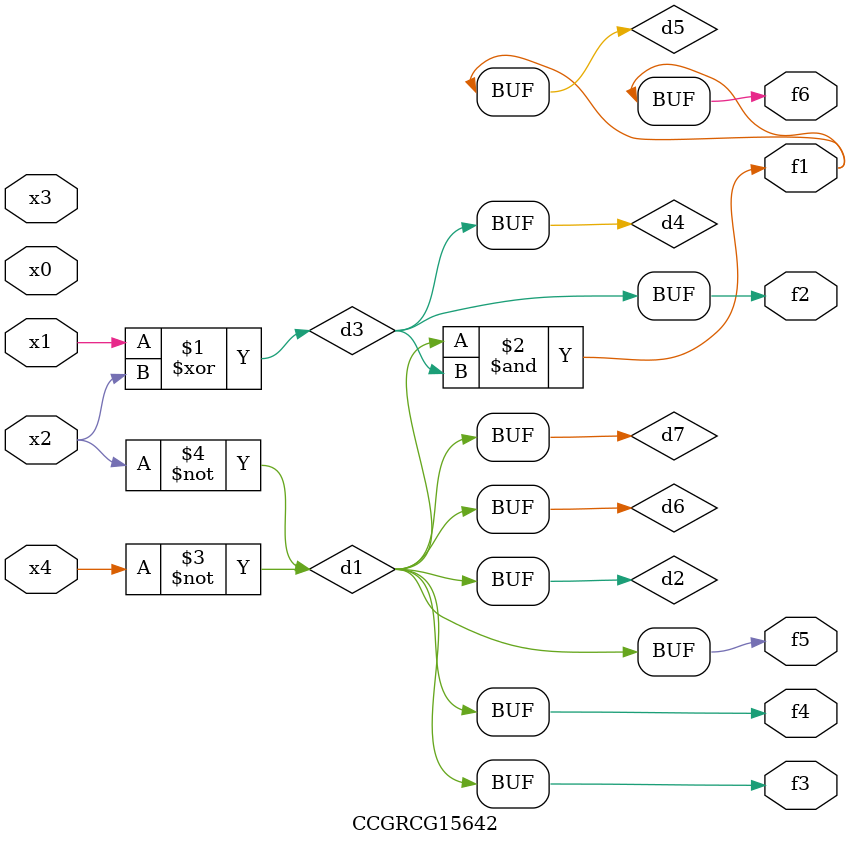
<source format=v>
module CCGRCG15642(
	input x0, x1, x2, x3, x4,
	output f1, f2, f3, f4, f5, f6
);

	wire d1, d2, d3, d4, d5, d6, d7;

	not (d1, x4);
	not (d2, x2);
	xor (d3, x1, x2);
	buf (d4, d3);
	and (d5, d1, d3);
	buf (d6, d1, d2);
	buf (d7, d2);
	assign f1 = d5;
	assign f2 = d4;
	assign f3 = d7;
	assign f4 = d7;
	assign f5 = d7;
	assign f6 = d5;
endmodule

</source>
